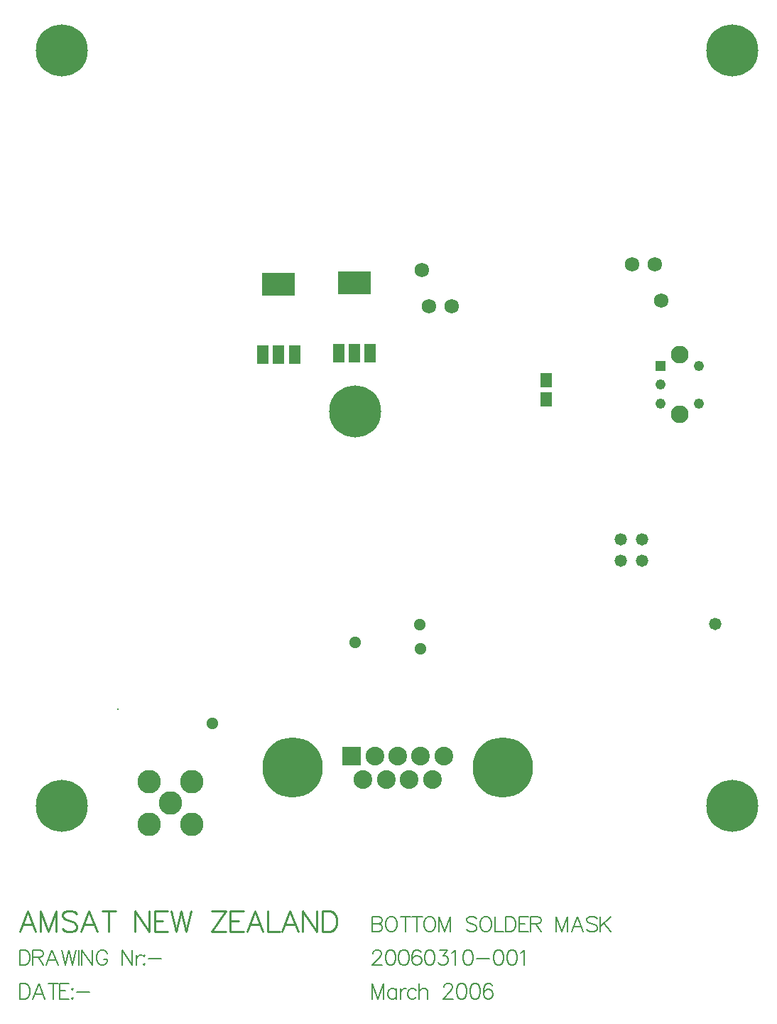
<source format=gbs>
%FSLAX24Y24*%
%MOIN*%
G70*
G01*
G75*
%ADD10C,0.0039*%
%ADD11C,0.1102*%
%ADD12C,0.1063*%
%ADD13C,0.0394*%
%ADD14R,0.0940X0.0590*%
%ADD15O,0.0256X0.0866*%
%ADD16R,0.0256X0.0866*%
%ADD17R,0.0827X0.0394*%
%ADD18R,0.0394X0.0827*%
%ADD19R,0.1083X0.0850*%
%ADD20R,0.0709X0.1102*%
%ADD21R,0.0709X0.0354*%
%ADD22R,0.0500X0.0600*%
%ADD23R,0.0709X0.0394*%
%ADD24R,0.1102X0.0472*%
%ADD25O,0.0787X0.0394*%
%ADD26R,0.0787X0.0394*%
%ADD27O,0.0800X0.0240*%
%ADD28R,0.0800X0.1000*%
%ADD29R,0.0551X0.0394*%
%ADD30R,0.1181X0.0906*%
%ADD31R,0.0394X0.0984*%
%ADD32O,0.0787X0.1299*%
%ADD33R,0.0315X0.0551*%
%ADD34R,0.0600X0.0500*%
%ADD35O,0.1299X0.0787*%
%ADD36R,0.0551X0.0315*%
%ADD37O,0.0787X0.1299*%
%ADD38R,0.0315X0.0551*%
%ADD39R,0.1000X0.0800*%
%ADD40R,0.0394X0.0709*%
%ADD41R,0.0984X0.0394*%
%ADD42R,0.0906X0.1181*%
%ADD43O,0.0240X0.0800*%
%ADD44C,0.0512*%
%ADD45C,0.0276*%
%ADD46C,0.0236*%
%ADD47C,0.0098*%
%ADD48C,0.0315*%
%ADD49C,0.0394*%
%ADD50C,0.0433*%
%ADD51C,0.0138*%
%ADD52C,0.0098*%
%ADD53C,0.0118*%
%ADD54C,0.0472*%
%ADD55C,0.0071*%
%ADD56C,0.0100*%
%ADD57R,0.0315X0.0827*%
%ADD58R,0.1378X0.0748*%
%ADD59R,0.1654X0.0984*%
%ADD60R,0.0827X0.0315*%
%ADD61R,0.0315X0.0827*%
%ADD62R,0.2087X0.1220*%
%ADD63R,0.1575X0.1220*%
%ADD64R,0.1575X0.1220*%
%ADD65R,0.1339X0.1496*%
%ADD66R,0.0500X0.0800*%
%ADD67R,0.1500X0.1000*%
%ADD68C,0.0500*%
%ADD69C,0.0600*%
%ADD70C,0.0750*%
%ADD71C,0.0400*%
%ADD72R,0.0400X0.0400*%
%ADD73C,0.1024*%
%ADD74R,0.0800X0.0800*%
%ADD75C,0.0800*%
%ADD76C,0.2750*%
%ADD77P,0.0500X8X0*%
%ADD78C,0.2362*%
%ADD79C,0.2362*%
%ADD80C,0.0551*%
%ADD81C,0.0512*%
%ADD82C,0.0157*%
%ADD83C,0.0787*%
%ADD84C,0.0197*%
%ADD85C,0.0079*%
%ADD86C,0.0080*%
%ADD87C,0.0060*%
%ADD88C,0.0120*%
%ADD89R,0.1019X0.0669*%
%ADD90O,0.0335X0.0945*%
%ADD91R,0.0335X0.0945*%
%ADD92R,0.0906X0.0472*%
%ADD93R,0.0472X0.0906*%
%ADD94R,0.1161X0.0929*%
%ADD95R,0.0787X0.1181*%
%ADD96R,0.0787X0.0433*%
%ADD97R,0.0579X0.0679*%
%ADD98R,0.0787X0.0472*%
%ADD99R,0.1181X0.0551*%
%ADD100O,0.0866X0.0472*%
%ADD101R,0.0866X0.0472*%
%ADD102O,0.0879X0.0319*%
%ADD103R,0.0879X0.1079*%
%ADD104R,0.0630X0.0472*%
%ADD105R,0.1260X0.0984*%
%ADD106R,0.0472X0.1063*%
%ADD107O,0.0866X0.1378*%
%ADD108R,0.0394X0.0630*%
%ADD109R,0.0679X0.0579*%
%ADD110O,0.1378X0.0866*%
%ADD111R,0.0630X0.0394*%
%ADD112O,0.0866X0.1378*%
%ADD113R,0.0394X0.0630*%
%ADD114R,0.1079X0.0879*%
%ADD115R,0.0472X0.0787*%
%ADD116R,0.1063X0.0472*%
%ADD117R,0.0984X0.1260*%
%ADD118O,0.0319X0.0879*%
%ADD119R,0.0579X0.0879*%
%ADD120R,0.1579X0.1079*%
%ADD121C,0.0579*%
%ADD122C,0.0679*%
%ADD123C,0.0829*%
%ADD124C,0.0479*%
%ADD125R,0.0479X0.0479*%
%ADD126C,0.0079*%
%ADD127C,0.1102*%
%ADD128R,0.0879X0.0879*%
%ADD129C,0.0879*%
%ADD130C,0.2829*%
%ADD131P,0.0579X8X0*%
%ADD132C,0.2441*%
%ADD133C,0.2441*%
D47*
X750Y-3937D02*
X375Y-2953D01*
X0Y-3937D01*
X141Y-3609D02*
X609D01*
X979Y-2953D02*
Y-3937D01*
Y-2953D02*
X1354Y-3937D01*
X1729Y-2953D02*
X1354Y-3937D01*
X1729Y-2953D02*
Y-3937D01*
X2666Y-3094D02*
X2573Y-3000D01*
X2432Y-2953D01*
X2245D01*
X2104Y-3000D01*
X2010Y-3094D01*
Y-3187D01*
X2057Y-3281D01*
X2104Y-3328D01*
X2198Y-3375D01*
X2479Y-3468D01*
X2573Y-3515D01*
X2619Y-3562D01*
X2666Y-3656D01*
Y-3796D01*
X2573Y-3890D01*
X2432Y-3937D01*
X2245D01*
X2104Y-3890D01*
X2010Y-3796D01*
X3636Y-3937D02*
X3261Y-2953D01*
X2887Y-3937D01*
X3027Y-3609D02*
X3496D01*
X4194Y-2953D02*
Y-3937D01*
X3866Y-2953D02*
X4522D01*
X5412D02*
Y-3937D01*
Y-2953D02*
X6068Y-3937D01*
Y-2953D02*
Y-3937D01*
X6949Y-2953D02*
X6340D01*
Y-3937D01*
X6949D01*
X6340Y-3422D02*
X6715D01*
X7113Y-2953D02*
X7348Y-3937D01*
X7582Y-2953D02*
X7348Y-3937D01*
X7582Y-2953D02*
X7816Y-3937D01*
X8050Y-2953D02*
X7816Y-3937D01*
X9676Y-2953D02*
X9020Y-3937D01*
Y-2953D02*
X9676D01*
X9020Y-3937D02*
X9676D01*
X10506Y-2953D02*
X9897D01*
Y-3937D01*
X10506D01*
X9897Y-3422D02*
X10272D01*
X11420Y-3937D02*
X11045Y-2953D01*
X10670Y-3937D01*
X10810Y-3609D02*
X11279D01*
X11649Y-2953D02*
Y-3937D01*
X12211D01*
X13069D02*
X12694Y-2953D01*
X12319Y-3937D01*
X12460Y-3609D02*
X12928D01*
X13299Y-2953D02*
Y-3937D01*
Y-2953D02*
X13955Y-3937D01*
Y-2953D02*
Y-3937D01*
X14226Y-2953D02*
Y-3937D01*
Y-2953D02*
X14554D01*
X14695Y-3000D01*
X14789Y-3094D01*
X14836Y-3187D01*
X14882Y-3328D01*
Y-3562D01*
X14836Y-3703D01*
X14789Y-3796D01*
X14695Y-3890D01*
X14554Y-3937D01*
X14226D01*
D55*
X16535Y-3228D02*
Y-3937D01*
Y-3228D02*
X16839D01*
X16940Y-3262D01*
X16974Y-3296D01*
X17008Y-3363D01*
Y-3431D01*
X16974Y-3498D01*
X16940Y-3532D01*
X16839Y-3566D01*
X16535D02*
X16839D01*
X16940Y-3600D01*
X16974Y-3633D01*
X17008Y-3701D01*
Y-3802D01*
X16974Y-3870D01*
X16940Y-3903D01*
X16839Y-3937D01*
X16535D01*
X17369Y-3228D02*
X17301Y-3262D01*
X17234Y-3330D01*
X17200Y-3397D01*
X17166Y-3498D01*
Y-3667D01*
X17200Y-3768D01*
X17234Y-3836D01*
X17301Y-3903D01*
X17369Y-3937D01*
X17504D01*
X17571Y-3903D01*
X17639Y-3836D01*
X17672Y-3768D01*
X17706Y-3667D01*
Y-3498D01*
X17672Y-3397D01*
X17639Y-3330D01*
X17571Y-3262D01*
X17504Y-3228D01*
X17369D01*
X18108D02*
Y-3937D01*
X17871Y-3228D02*
X18344D01*
X18664D02*
Y-3937D01*
X18428Y-3228D02*
X18901D01*
X19187D02*
X19120Y-3262D01*
X19052Y-3330D01*
X19019Y-3397D01*
X18985Y-3498D01*
Y-3667D01*
X19019Y-3768D01*
X19052Y-3836D01*
X19120Y-3903D01*
X19187Y-3937D01*
X19322D01*
X19390Y-3903D01*
X19457Y-3836D01*
X19491Y-3768D01*
X19525Y-3667D01*
Y-3498D01*
X19491Y-3397D01*
X19457Y-3330D01*
X19390Y-3262D01*
X19322Y-3228D01*
X19187D01*
X19690D02*
Y-3937D01*
Y-3228D02*
X19960Y-3937D01*
X20230Y-3228D02*
X19960Y-3937D01*
X20230Y-3228D02*
Y-3937D01*
X21461Y-3330D02*
X21394Y-3262D01*
X21293Y-3228D01*
X21158D01*
X21056Y-3262D01*
X20989Y-3330D01*
Y-3397D01*
X21023Y-3465D01*
X21056Y-3498D01*
X21124Y-3532D01*
X21326Y-3600D01*
X21394Y-3633D01*
X21428Y-3667D01*
X21461Y-3735D01*
Y-3836D01*
X21394Y-3903D01*
X21293Y-3937D01*
X21158D01*
X21056Y-3903D01*
X20989Y-3836D01*
X21822Y-3228D02*
X21755Y-3262D01*
X21687Y-3330D01*
X21654Y-3397D01*
X21620Y-3498D01*
Y-3667D01*
X21654Y-3768D01*
X21687Y-3836D01*
X21755Y-3903D01*
X21822Y-3937D01*
X21957D01*
X22025Y-3903D01*
X22092Y-3836D01*
X22126Y-3768D01*
X22160Y-3667D01*
Y-3498D01*
X22126Y-3397D01*
X22092Y-3330D01*
X22025Y-3262D01*
X21957Y-3228D01*
X21822D01*
X22325D02*
Y-3937D01*
X22730D01*
X22807Y-3228D02*
Y-3937D01*
Y-3228D02*
X23044D01*
X23145Y-3262D01*
X23212Y-3330D01*
X23246Y-3397D01*
X23280Y-3498D01*
Y-3667D01*
X23246Y-3768D01*
X23212Y-3836D01*
X23145Y-3903D01*
X23044Y-3937D01*
X22807D01*
X23877Y-3228D02*
X23438D01*
Y-3937D01*
X23877D01*
X23438Y-3566D02*
X23708D01*
X23995Y-3228D02*
Y-3937D01*
Y-3228D02*
X24299D01*
X24400Y-3262D01*
X24434Y-3296D01*
X24467Y-3363D01*
Y-3431D01*
X24434Y-3498D01*
X24400Y-3532D01*
X24299Y-3566D01*
X23995D01*
X24231D02*
X24467Y-3937D01*
X25183Y-3228D02*
Y-3937D01*
Y-3228D02*
X25453Y-3937D01*
X25722Y-3228D02*
X25453Y-3937D01*
X25722Y-3228D02*
Y-3937D01*
X26465D02*
X26195Y-3228D01*
X25925Y-3937D01*
X26026Y-3701D02*
X26363D01*
X27102Y-3330D02*
X27035Y-3262D01*
X26934Y-3228D01*
X26799D01*
X26697Y-3262D01*
X26630Y-3330D01*
Y-3397D01*
X26664Y-3465D01*
X26697Y-3498D01*
X26765Y-3532D01*
X26967Y-3600D01*
X27035Y-3633D01*
X27069Y-3667D01*
X27102Y-3735D01*
Y-3836D01*
X27035Y-3903D01*
X26934Y-3937D01*
X26799D01*
X26697Y-3903D01*
X26630Y-3836D01*
X27261Y-3228D02*
Y-3937D01*
X27733Y-3228D02*
X27261Y-3701D01*
X27430Y-3532D02*
X27733Y-3937D01*
X0Y-4803D02*
Y-5512D01*
Y-4803D02*
X236D01*
X337Y-4837D01*
X405Y-4905D01*
X439Y-4972D01*
X472Y-5073D01*
Y-5242D01*
X439Y-5343D01*
X405Y-5411D01*
X337Y-5478D01*
X236Y-5512D01*
X0D01*
X631Y-4803D02*
Y-5512D01*
Y-4803D02*
X935D01*
X1036Y-4837D01*
X1070Y-4871D01*
X1103Y-4938D01*
Y-5006D01*
X1070Y-5073D01*
X1036Y-5107D01*
X935Y-5141D01*
X631D01*
X867D02*
X1103Y-5512D01*
X1802D02*
X1532Y-4803D01*
X1262Y-5512D01*
X1363Y-5276D02*
X1700D01*
X1967Y-4803D02*
X2136Y-5512D01*
X2304Y-4803D02*
X2136Y-5512D01*
X2304Y-4803D02*
X2473Y-5512D01*
X2642Y-4803D02*
X2473Y-5512D01*
X2783Y-4803D02*
Y-5512D01*
X2932Y-4803D02*
Y-5512D01*
Y-4803D02*
X3404Y-5512D01*
Y-4803D02*
Y-5512D01*
X4106Y-4972D02*
X4072Y-4905D01*
X4005Y-4837D01*
X3937Y-4803D01*
X3802D01*
X3735Y-4837D01*
X3667Y-4905D01*
X3634Y-4972D01*
X3600Y-5073D01*
Y-5242D01*
X3634Y-5343D01*
X3667Y-5411D01*
X3735Y-5478D01*
X3802Y-5512D01*
X3937D01*
X4005Y-5478D01*
X4072Y-5411D01*
X4106Y-5343D01*
Y-5242D01*
X3937D02*
X4106D01*
X4825Y-4803D02*
Y-5512D01*
Y-4803D02*
X5297Y-5512D01*
Y-4803D02*
Y-5512D01*
X5493Y-5039D02*
Y-5512D01*
Y-5242D02*
X5526Y-5141D01*
X5594Y-5073D01*
X5661Y-5039D01*
X5763D01*
X5860D02*
X5827Y-5073D01*
X5860Y-5107D01*
X5894Y-5073D01*
X5860Y-5039D01*
Y-5444D02*
X5827Y-5478D01*
X5860Y-5512D01*
X5894Y-5478D01*
X5860Y-5444D01*
X6049Y-5208D02*
X6657D01*
X16535Y-6378D02*
Y-7087D01*
Y-6378D02*
X16805Y-7087D01*
X17075Y-6378D02*
X16805Y-7087D01*
X17075Y-6378D02*
Y-7087D01*
X17683Y-6614D02*
Y-7087D01*
Y-6715D02*
X17615Y-6648D01*
X17548Y-6614D01*
X17446D01*
X17379Y-6648D01*
X17311Y-6715D01*
X17278Y-6817D01*
Y-6884D01*
X17311Y-6985D01*
X17379Y-7053D01*
X17446Y-7087D01*
X17548D01*
X17615Y-7053D01*
X17683Y-6985D01*
X17871Y-6614D02*
Y-7087D01*
Y-6817D02*
X17905Y-6715D01*
X17973Y-6648D01*
X18040Y-6614D01*
X18141D01*
X18610Y-6715D02*
X18543Y-6648D01*
X18475Y-6614D01*
X18374D01*
X18307Y-6648D01*
X18239Y-6715D01*
X18205Y-6817D01*
Y-6884D01*
X18239Y-6985D01*
X18307Y-7053D01*
X18374Y-7087D01*
X18475D01*
X18543Y-7053D01*
X18610Y-6985D01*
X18762Y-6378D02*
Y-7087D01*
Y-6749D02*
X18863Y-6648D01*
X18931Y-6614D01*
X19032D01*
X19100Y-6648D01*
X19133Y-6749D01*
Y-7087D01*
X19909Y-6547D02*
Y-6513D01*
X19943Y-6446D01*
X19977Y-6412D01*
X20044Y-6378D01*
X20179D01*
X20247Y-6412D01*
X20280Y-6446D01*
X20314Y-6513D01*
Y-6581D01*
X20280Y-6648D01*
X20213Y-6749D01*
X19876Y-7087D01*
X20348D01*
X20709Y-6378D02*
X20608Y-6412D01*
X20540Y-6513D01*
X20506Y-6682D01*
Y-6783D01*
X20540Y-6952D01*
X20608Y-7053D01*
X20709Y-7087D01*
X20776D01*
X20878Y-7053D01*
X20945Y-6952D01*
X20979Y-6783D01*
Y-6682D01*
X20945Y-6513D01*
X20878Y-6412D01*
X20776Y-6378D01*
X20709D01*
X21340D02*
X21239Y-6412D01*
X21171Y-6513D01*
X21137Y-6682D01*
Y-6783D01*
X21171Y-6952D01*
X21239Y-7053D01*
X21340Y-7087D01*
X21407D01*
X21508Y-7053D01*
X21576Y-6952D01*
X21610Y-6783D01*
Y-6682D01*
X21576Y-6513D01*
X21508Y-6412D01*
X21407Y-6378D01*
X21340D01*
X22173Y-6479D02*
X22139Y-6412D01*
X22038Y-6378D01*
X21971D01*
X21869Y-6412D01*
X21802Y-6513D01*
X21768Y-6682D01*
Y-6850D01*
X21802Y-6985D01*
X21869Y-7053D01*
X21971Y-7087D01*
X22004D01*
X22106Y-7053D01*
X22173Y-6985D01*
X22207Y-6884D01*
Y-6850D01*
X22173Y-6749D01*
X22106Y-6682D01*
X22004Y-6648D01*
X21971D01*
X21869Y-6682D01*
X21802Y-6749D01*
X21768Y-6850D01*
X16569Y-4972D02*
Y-4938D01*
X16603Y-4871D01*
X16637Y-4837D01*
X16704Y-4803D01*
X16839D01*
X16907Y-4837D01*
X16940Y-4871D01*
X16974Y-4938D01*
Y-5006D01*
X16940Y-5073D01*
X16873Y-5174D01*
X16535Y-5512D01*
X17008D01*
X17369Y-4803D02*
X17268Y-4837D01*
X17200Y-4938D01*
X17166Y-5107D01*
Y-5208D01*
X17200Y-5377D01*
X17268Y-5478D01*
X17369Y-5512D01*
X17436D01*
X17537Y-5478D01*
X17605Y-5377D01*
X17639Y-5208D01*
Y-5107D01*
X17605Y-4938D01*
X17537Y-4837D01*
X17436Y-4803D01*
X17369D01*
X18000D02*
X17898Y-4837D01*
X17831Y-4938D01*
X17797Y-5107D01*
Y-5208D01*
X17831Y-5377D01*
X17898Y-5478D01*
X18000Y-5512D01*
X18067D01*
X18168Y-5478D01*
X18236Y-5377D01*
X18270Y-5208D01*
Y-5107D01*
X18236Y-4938D01*
X18168Y-4837D01*
X18067Y-4803D01*
X18000D01*
X18833Y-4905D02*
X18799Y-4837D01*
X18698Y-4803D01*
X18631D01*
X18529Y-4837D01*
X18462Y-4938D01*
X18428Y-5107D01*
Y-5276D01*
X18462Y-5411D01*
X18529Y-5478D01*
X18631Y-5512D01*
X18664D01*
X18766Y-5478D01*
X18833Y-5411D01*
X18867Y-5309D01*
Y-5276D01*
X18833Y-5174D01*
X18766Y-5107D01*
X18664Y-5073D01*
X18631D01*
X18529Y-5107D01*
X18462Y-5174D01*
X18428Y-5276D01*
X19224Y-4803D02*
X19123Y-4837D01*
X19056Y-4938D01*
X19022Y-5107D01*
Y-5208D01*
X19056Y-5377D01*
X19123Y-5478D01*
X19224Y-5512D01*
X19292D01*
X19393Y-5478D01*
X19461Y-5377D01*
X19494Y-5208D01*
Y-5107D01*
X19461Y-4938D01*
X19393Y-4837D01*
X19292Y-4803D01*
X19224D01*
X19720D02*
X20091D01*
X19889Y-5073D01*
X19990D01*
X20058Y-5107D01*
X20091Y-5141D01*
X20125Y-5242D01*
Y-5309D01*
X20091Y-5411D01*
X20024Y-5478D01*
X19923Y-5512D01*
X19822D01*
X19720Y-5478D01*
X19687Y-5444D01*
X19653Y-5377D01*
X20284Y-4938D02*
X20351Y-4905D01*
X20452Y-4803D01*
Y-5512D01*
X21006Y-4803D02*
X20905Y-4837D01*
X20837Y-4938D01*
X20803Y-5107D01*
Y-5208D01*
X20837Y-5377D01*
X20905Y-5478D01*
X21006Y-5512D01*
X21073D01*
X21174Y-5478D01*
X21242Y-5377D01*
X21276Y-5208D01*
Y-5107D01*
X21242Y-4938D01*
X21174Y-4837D01*
X21073Y-4803D01*
X21006D01*
X21434Y-5208D02*
X22042D01*
X22453Y-4803D02*
X22352Y-4837D01*
X22284Y-4938D01*
X22251Y-5107D01*
Y-5208D01*
X22284Y-5377D01*
X22352Y-5478D01*
X22453Y-5512D01*
X22521D01*
X22622Y-5478D01*
X22689Y-5377D01*
X22723Y-5208D01*
Y-5107D01*
X22689Y-4938D01*
X22622Y-4837D01*
X22521Y-4803D01*
X22453D01*
X23084D02*
X22983Y-4837D01*
X22915Y-4938D01*
X22882Y-5107D01*
Y-5208D01*
X22915Y-5377D01*
X22983Y-5478D01*
X23084Y-5512D01*
X23152D01*
X23253Y-5478D01*
X23320Y-5377D01*
X23354Y-5208D01*
Y-5107D01*
X23320Y-4938D01*
X23253Y-4837D01*
X23152Y-4803D01*
X23084D01*
X23513Y-4938D02*
X23580Y-4905D01*
X23681Y-4803D01*
Y-5512D01*
X0Y-6378D02*
Y-7087D01*
Y-6378D02*
X236D01*
X337Y-6412D01*
X405Y-6479D01*
X439Y-6547D01*
X472Y-6648D01*
Y-6817D01*
X439Y-6918D01*
X405Y-6985D01*
X337Y-7053D01*
X236Y-7087D01*
X0D01*
X1171D02*
X901Y-6378D01*
X631Y-7087D01*
X732Y-6850D02*
X1070D01*
X1572Y-6378D02*
Y-7087D01*
X1336Y-6378D02*
X1808D01*
X2331D02*
X1893D01*
Y-7087D01*
X2331D01*
X1893Y-6715D02*
X2163D01*
X2483Y-6614D02*
X2449Y-6648D01*
X2483Y-6682D01*
X2517Y-6648D01*
X2483Y-6614D01*
Y-7019D02*
X2449Y-7053D01*
X2483Y-7087D01*
X2517Y-7053D01*
X2483Y-7019D01*
X2672Y-6783D02*
X3279D01*
D97*
X24724Y21929D02*
D03*
Y21029D02*
D03*
D119*
X12164Y23149D02*
D03*
X11424D02*
D03*
X12904D02*
D03*
X16447Y23188D02*
D03*
X14967D02*
D03*
X15707D02*
D03*
D120*
X12164Y26449D02*
D03*
X15707Y26488D02*
D03*
D121*
X28228Y14465D02*
D03*
X29228D02*
D03*
Y13465D02*
D03*
X28228D02*
D03*
X32638Y10512D02*
D03*
D122*
X18898Y27087D02*
D03*
X20276Y25394D02*
D03*
X19213D02*
D03*
X29803Y27362D02*
D03*
X28740D02*
D03*
X30118Y25669D02*
D03*
D123*
X30994Y20328D02*
D03*
Y23128D02*
D03*
D124*
X31869Y20843D02*
D03*
Y22613D02*
D03*
X30099Y20843D02*
D03*
Y21728D02*
D03*
D125*
Y22613D02*
D03*
D126*
X4606Y6516D02*
D03*
D127*
X7087Y2087D02*
D03*
X6087Y3087D02*
D03*
X8087Y1087D02*
D03*
Y3087D02*
D03*
X6087Y1087D02*
D03*
D128*
X15591Y4291D02*
D03*
D129*
X16671D02*
D03*
X17751D02*
D03*
X18831D02*
D03*
X19911D02*
D03*
X16131Y3211D02*
D03*
X17211D02*
D03*
X18291D02*
D03*
X19371D02*
D03*
D130*
X12831Y3751D02*
D03*
X22671D02*
D03*
D131*
X9055Y5827D02*
D03*
X18780Y10472D02*
D03*
X15748Y9646D02*
D03*
X18819Y9331D02*
D03*
D132*
X1969Y37402D02*
D03*
X15748Y20472D02*
D03*
D133*
X33465Y1969D02*
D03*
X1969D02*
D03*
X33465Y37402D02*
D03*
M02*

</source>
